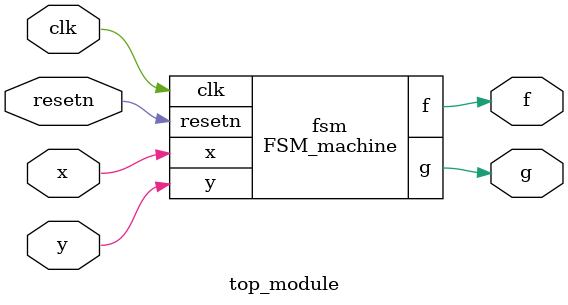
<source format=sv>
module FSM_machine (
  input clk,
  input resetn,
  input x,
  input y,
  output f,
  output g
);

  // Declare the states
  parameter A = 0;
  parameter B = 1;
  parameter S0 = 2;
  parameter S1 = 3;
  parameter S10 = 4;
  parameter G1 = 5;
  parameter G2 = 6;
  parameter P0 = 7;
  parameter P1 = 8;

  // Declare the state register
  reg [3:0] state;
  reg [1:0] next_state;

  // Declare the output registers
  reg f_reg;
  reg g_reg;

  // Assign the initial state
  always @(posedge clk or negedge resetn) begin
    if (~resetn) begin
      state <= A;
    end else begin
      state <= next_state;
    end
  end

  // Declare the outputs
  always @(state) begin
    case (state)
      A: begin
        next_state = B;
        f_reg = 0;
        g_reg = 0;
      end
      B: begin
        next_state = S0;
        f_reg = 1;
        g_reg = 0;
      end
      S0: begin
        if (x)
          next_state = S1;
        else
          next_state = S0;
        f_reg = 0;
        g_reg = 0;
      end
      S1: begin
        if (x)
          next_state = S1;
        else
          next_state = S10;
        f_reg = 0;
        g_reg = 0;
      end
      S10: begin
        if (x)
          next_state = G1;
        else
          next_state = S0;
        f_reg = 0;
        g_reg = 0;
      end
      G1: begin
        if (y)
          next_state = P1;
        else
          next_state = G2;
        f_reg = 0;
        g_reg = 1;
      end
      G2: begin
        if (y)
          next_state = P1;
        else
          next_state = P0;
        f_reg = 0;
        g_reg = 1;
      end
      P0: begin
        next_state = P0;
        f_reg = 0;
        g_reg = 0;
      end
      P1: begin
        next_state = P1;
        f_reg = 0;
        g_reg = 1;
      end
      default: begin
        next_state = A;
        f_reg = 0;
        g_reg = 0;
      end
    endcase
  end

  // Assign the outputs
  assign f = f_reg;
  assign g = g_reg;

endmodule
module top_module (
  input clk,
  input resetn,
  input x,
  input y,
  output f,
  output g
);

  FSM_machine fsm (
    .clk(clk),
    .resetn(resetn),
    .x(x),
    .y(y),
    .f(f),
    .g(g)
  );

endmodule

</source>
